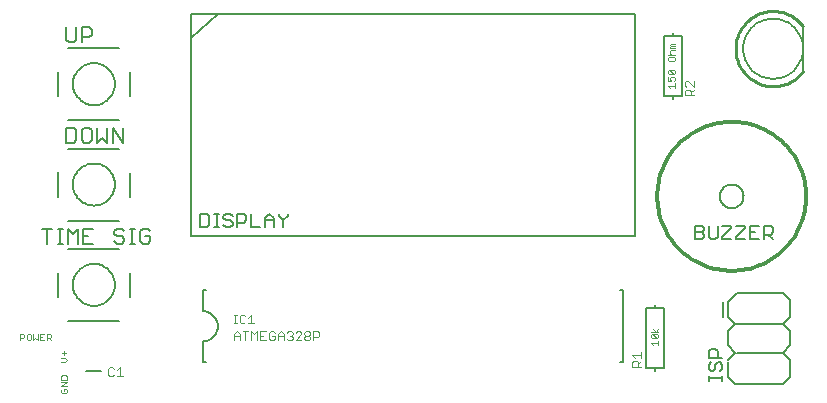
<source format=gto>
G75*
G70*
%OFA0B0*%
%FSLAX24Y24*%
%IPPOS*%
%LPD*%
%AMOC8*
5,1,8,0,0,1.08239X$1,22.5*
%
%ADD10C,0.0080*%
%ADD11C,0.0100*%
%ADD12C,0.0120*%
%ADD13C,0.0060*%
%ADD14C,0.0030*%
%ADD15C,0.0050*%
%ADD16C,0.0020*%
D10*
X002853Y004393D02*
X003353Y004393D01*
X003953Y006056D02*
X002253Y006056D01*
X001903Y006856D02*
X001903Y007660D01*
X002253Y008456D02*
X003953Y008456D01*
X004303Y007649D02*
X004303Y006856D01*
X002403Y007256D02*
X002405Y007308D01*
X002411Y007360D01*
X002421Y007412D01*
X002434Y007462D01*
X002451Y007512D01*
X002472Y007560D01*
X002497Y007606D01*
X002525Y007650D01*
X002556Y007692D01*
X002590Y007732D01*
X002627Y007769D01*
X002667Y007803D01*
X002709Y007834D01*
X002753Y007862D01*
X002799Y007887D01*
X002847Y007908D01*
X002897Y007925D01*
X002947Y007938D01*
X002999Y007948D01*
X003051Y007954D01*
X003103Y007956D01*
X003155Y007954D01*
X003207Y007948D01*
X003259Y007938D01*
X003309Y007925D01*
X003359Y007908D01*
X003407Y007887D01*
X003453Y007862D01*
X003497Y007834D01*
X003539Y007803D01*
X003579Y007769D01*
X003616Y007732D01*
X003650Y007692D01*
X003681Y007650D01*
X003709Y007606D01*
X003734Y007560D01*
X003755Y007512D01*
X003772Y007462D01*
X003785Y007412D01*
X003795Y007360D01*
X003801Y007308D01*
X003803Y007256D01*
X003801Y007204D01*
X003795Y007152D01*
X003785Y007100D01*
X003772Y007050D01*
X003755Y007000D01*
X003734Y006952D01*
X003709Y006906D01*
X003681Y006862D01*
X003650Y006820D01*
X003616Y006780D01*
X003579Y006743D01*
X003539Y006709D01*
X003497Y006678D01*
X003453Y006650D01*
X003407Y006625D01*
X003359Y006604D01*
X003309Y006587D01*
X003259Y006574D01*
X003207Y006564D01*
X003155Y006558D01*
X003103Y006556D01*
X003051Y006558D01*
X002999Y006564D01*
X002947Y006574D01*
X002897Y006587D01*
X002847Y006604D01*
X002799Y006625D01*
X002753Y006650D01*
X002709Y006678D01*
X002667Y006709D01*
X002627Y006743D01*
X002590Y006780D01*
X002556Y006820D01*
X002525Y006862D01*
X002497Y006906D01*
X002472Y006952D01*
X002451Y007000D01*
X002434Y007050D01*
X002421Y007100D01*
X002411Y007152D01*
X002405Y007204D01*
X002403Y007256D01*
X002253Y009402D02*
X003953Y009402D01*
X004303Y010202D02*
X004303Y010995D01*
X002403Y010602D02*
X002405Y010654D01*
X002411Y010706D01*
X002421Y010758D01*
X002434Y010808D01*
X002451Y010858D01*
X002472Y010906D01*
X002497Y010952D01*
X002525Y010996D01*
X002556Y011038D01*
X002590Y011078D01*
X002627Y011115D01*
X002667Y011149D01*
X002709Y011180D01*
X002753Y011208D01*
X002799Y011233D01*
X002847Y011254D01*
X002897Y011271D01*
X002947Y011284D01*
X002999Y011294D01*
X003051Y011300D01*
X003103Y011302D01*
X003155Y011300D01*
X003207Y011294D01*
X003259Y011284D01*
X003309Y011271D01*
X003359Y011254D01*
X003407Y011233D01*
X003453Y011208D01*
X003497Y011180D01*
X003539Y011149D01*
X003579Y011115D01*
X003616Y011078D01*
X003650Y011038D01*
X003681Y010996D01*
X003709Y010952D01*
X003734Y010906D01*
X003755Y010858D01*
X003772Y010808D01*
X003785Y010758D01*
X003795Y010706D01*
X003801Y010654D01*
X003803Y010602D01*
X003801Y010550D01*
X003795Y010498D01*
X003785Y010446D01*
X003772Y010396D01*
X003755Y010346D01*
X003734Y010298D01*
X003709Y010252D01*
X003681Y010208D01*
X003650Y010166D01*
X003616Y010126D01*
X003579Y010089D01*
X003539Y010055D01*
X003497Y010024D01*
X003453Y009996D01*
X003407Y009971D01*
X003359Y009950D01*
X003309Y009933D01*
X003259Y009920D01*
X003207Y009910D01*
X003155Y009904D01*
X003103Y009902D01*
X003051Y009904D01*
X002999Y009910D01*
X002947Y009920D01*
X002897Y009933D01*
X002847Y009950D01*
X002799Y009971D01*
X002753Y009996D01*
X002709Y010024D01*
X002667Y010055D01*
X002627Y010089D01*
X002590Y010126D01*
X002556Y010166D01*
X002525Y010208D01*
X002497Y010252D01*
X002472Y010298D01*
X002451Y010346D01*
X002434Y010396D01*
X002421Y010446D01*
X002411Y010498D01*
X002405Y010550D01*
X002403Y010602D01*
X001903Y010202D02*
X001903Y011007D01*
X002253Y011802D02*
X003953Y011802D01*
X003953Y012749D02*
X002253Y012749D01*
X001903Y013549D02*
X001903Y014353D01*
X002403Y013949D02*
X002405Y014001D01*
X002411Y014053D01*
X002421Y014105D01*
X002434Y014155D01*
X002451Y014205D01*
X002472Y014253D01*
X002497Y014299D01*
X002525Y014343D01*
X002556Y014385D01*
X002590Y014425D01*
X002627Y014462D01*
X002667Y014496D01*
X002709Y014527D01*
X002753Y014555D01*
X002799Y014580D01*
X002847Y014601D01*
X002897Y014618D01*
X002947Y014631D01*
X002999Y014641D01*
X003051Y014647D01*
X003103Y014649D01*
X003155Y014647D01*
X003207Y014641D01*
X003259Y014631D01*
X003309Y014618D01*
X003359Y014601D01*
X003407Y014580D01*
X003453Y014555D01*
X003497Y014527D01*
X003539Y014496D01*
X003579Y014462D01*
X003616Y014425D01*
X003650Y014385D01*
X003681Y014343D01*
X003709Y014299D01*
X003734Y014253D01*
X003755Y014205D01*
X003772Y014155D01*
X003785Y014105D01*
X003795Y014053D01*
X003801Y014001D01*
X003803Y013949D01*
X003801Y013897D01*
X003795Y013845D01*
X003785Y013793D01*
X003772Y013743D01*
X003755Y013693D01*
X003734Y013645D01*
X003709Y013599D01*
X003681Y013555D01*
X003650Y013513D01*
X003616Y013473D01*
X003579Y013436D01*
X003539Y013402D01*
X003497Y013371D01*
X003453Y013343D01*
X003407Y013318D01*
X003359Y013297D01*
X003309Y013280D01*
X003259Y013267D01*
X003207Y013257D01*
X003155Y013251D01*
X003103Y013249D01*
X003051Y013251D01*
X002999Y013257D01*
X002947Y013267D01*
X002897Y013280D01*
X002847Y013297D01*
X002799Y013318D01*
X002753Y013343D01*
X002709Y013371D01*
X002667Y013402D01*
X002627Y013436D01*
X002590Y013473D01*
X002556Y013513D01*
X002525Y013555D01*
X002497Y013599D01*
X002472Y013645D01*
X002451Y013693D01*
X002434Y013743D01*
X002421Y013793D01*
X002411Y013845D01*
X002405Y013897D01*
X002403Y013949D01*
X004303Y014341D02*
X004303Y013549D01*
X003953Y015149D02*
X002253Y015149D01*
X006333Y015471D02*
X007233Y016271D01*
X021133Y016271D01*
X021133Y008871D01*
X006333Y008871D01*
X006333Y015471D01*
X006333Y016271D01*
X007233Y016271D01*
X022094Y015539D02*
X022094Y013539D01*
X022394Y013539D01*
X022394Y013439D01*
X022394Y013539D02*
X022694Y013539D01*
X022694Y015539D01*
X022394Y015539D01*
X022394Y015639D01*
X022394Y015539D02*
X022094Y015539D01*
X024741Y015130D02*
X024743Y015193D01*
X024749Y015255D01*
X024759Y015317D01*
X024772Y015379D01*
X024790Y015439D01*
X024811Y015498D01*
X024836Y015556D01*
X024865Y015612D01*
X024897Y015666D01*
X024932Y015718D01*
X024970Y015767D01*
X025012Y015815D01*
X025056Y015859D01*
X025104Y015901D01*
X025153Y015939D01*
X025205Y015974D01*
X025259Y016006D01*
X025315Y016035D01*
X025373Y016060D01*
X025432Y016081D01*
X025492Y016099D01*
X025554Y016112D01*
X025616Y016122D01*
X025678Y016128D01*
X025741Y016130D01*
X025804Y016128D01*
X025866Y016122D01*
X025928Y016112D01*
X025990Y016099D01*
X026050Y016081D01*
X026109Y016060D01*
X026167Y016035D01*
X026223Y016006D01*
X026277Y015974D01*
X026329Y015939D01*
X026378Y015901D01*
X026426Y015859D01*
X026470Y015815D01*
X026512Y015767D01*
X026550Y015718D01*
X026585Y015666D01*
X026617Y015612D01*
X026646Y015556D01*
X026671Y015498D01*
X026692Y015439D01*
X026710Y015379D01*
X026723Y015317D01*
X026733Y015255D01*
X026739Y015193D01*
X026741Y015130D01*
X026739Y015067D01*
X026733Y015005D01*
X026723Y014943D01*
X026710Y014881D01*
X026692Y014821D01*
X026671Y014762D01*
X026646Y014704D01*
X026617Y014648D01*
X026585Y014594D01*
X026550Y014542D01*
X026512Y014493D01*
X026470Y014445D01*
X026426Y014401D01*
X026378Y014359D01*
X026329Y014321D01*
X026277Y014286D01*
X026223Y014254D01*
X026167Y014225D01*
X026109Y014200D01*
X026050Y014179D01*
X025990Y014161D01*
X025928Y014148D01*
X025866Y014138D01*
X025804Y014132D01*
X025741Y014130D01*
X025678Y014132D01*
X025616Y014138D01*
X025554Y014148D01*
X025492Y014161D01*
X025432Y014179D01*
X025373Y014200D01*
X025315Y014225D01*
X025259Y014254D01*
X025205Y014286D01*
X025153Y014321D01*
X025104Y014359D01*
X025056Y014401D01*
X025012Y014445D01*
X024970Y014493D01*
X024932Y014542D01*
X024897Y014594D01*
X024865Y014648D01*
X024836Y014704D01*
X024811Y014762D01*
X024790Y014821D01*
X024772Y014881D01*
X024759Y014943D01*
X024749Y015005D01*
X024743Y015067D01*
X024741Y015130D01*
X026741Y014380D02*
X026741Y015880D01*
X023969Y010208D02*
X023971Y010169D01*
X023977Y010131D01*
X023986Y010094D01*
X023999Y010057D01*
X024016Y010022D01*
X024035Y009989D01*
X024058Y009958D01*
X024084Y009929D01*
X024113Y009903D01*
X024144Y009880D01*
X024177Y009861D01*
X024212Y009844D01*
X024249Y009831D01*
X024286Y009822D01*
X024324Y009816D01*
X024363Y009814D01*
X024402Y009816D01*
X024440Y009822D01*
X024477Y009831D01*
X024514Y009844D01*
X024549Y009861D01*
X024582Y009880D01*
X024613Y009903D01*
X024642Y009929D01*
X024668Y009958D01*
X024691Y009989D01*
X024710Y010022D01*
X024727Y010057D01*
X024740Y010094D01*
X024749Y010131D01*
X024755Y010169D01*
X024757Y010208D01*
X024755Y010247D01*
X024749Y010285D01*
X024740Y010322D01*
X024727Y010359D01*
X024710Y010394D01*
X024691Y010427D01*
X024668Y010458D01*
X024642Y010487D01*
X024613Y010513D01*
X024582Y010536D01*
X024549Y010555D01*
X024514Y010572D01*
X024477Y010585D01*
X024440Y010594D01*
X024402Y010600D01*
X024363Y010602D01*
X024324Y010600D01*
X024286Y010594D01*
X024249Y010585D01*
X024212Y010572D01*
X024177Y010555D01*
X024144Y010536D01*
X024113Y010513D01*
X024084Y010487D01*
X024058Y010458D01*
X024035Y010427D01*
X024016Y010394D01*
X023999Y010359D01*
X023986Y010322D01*
X023977Y010285D01*
X023971Y010247D01*
X023969Y010208D01*
X024550Y006999D02*
X026070Y006999D01*
X026310Y006759D01*
X026310Y006199D01*
X026070Y005959D01*
X024470Y005959D01*
X024230Y006199D01*
X024230Y006679D01*
X024550Y006999D01*
X024070Y006679D02*
X024070Y006199D01*
X024470Y005959D02*
X024230Y005719D01*
X024230Y005239D01*
X024470Y004999D01*
X024230Y004759D01*
X024230Y004679D02*
X024230Y004199D01*
X024470Y003959D01*
X026070Y003959D01*
X026310Y004199D01*
X026310Y004759D01*
X026070Y004999D01*
X024550Y004999D01*
X026070Y004999D02*
X026310Y005239D01*
X026310Y005719D01*
X026070Y005959D01*
X022104Y006484D02*
X022104Y004484D01*
X021804Y004484D01*
X021804Y004384D01*
X021804Y004484D02*
X021504Y004484D01*
X021504Y006484D01*
X021804Y006484D01*
X021804Y006584D01*
X021804Y006484D02*
X022104Y006484D01*
X020733Y007078D02*
X020633Y007078D01*
X020733Y007078D02*
X020733Y004678D01*
X020633Y004678D01*
X006833Y004678D02*
X006733Y004678D01*
X006733Y005378D01*
X006777Y005380D01*
X006820Y005386D01*
X006862Y005395D01*
X006904Y005408D01*
X006944Y005425D01*
X006983Y005445D01*
X007020Y005468D01*
X007054Y005495D01*
X007087Y005524D01*
X007116Y005557D01*
X007143Y005591D01*
X007166Y005628D01*
X007186Y005667D01*
X007203Y005707D01*
X007216Y005749D01*
X007225Y005791D01*
X007231Y005834D01*
X007233Y005878D01*
X007231Y005922D01*
X007225Y005965D01*
X007216Y006007D01*
X007203Y006049D01*
X007186Y006089D01*
X007166Y006128D01*
X007143Y006165D01*
X007116Y006199D01*
X007087Y006232D01*
X007054Y006261D01*
X007020Y006288D01*
X006983Y006311D01*
X006944Y006331D01*
X006904Y006348D01*
X006862Y006361D01*
X006820Y006370D01*
X006777Y006376D01*
X006733Y006378D01*
X006733Y007078D01*
X006833Y007078D01*
D11*
X026741Y014380D02*
X026698Y014326D01*
X026652Y014274D01*
X026603Y014225D01*
X026551Y014178D01*
X026497Y014135D01*
X026441Y014094D01*
X026382Y014057D01*
X026322Y014023D01*
X026259Y013993D01*
X026196Y013966D01*
X026130Y013942D01*
X026064Y013922D01*
X025996Y013906D01*
X025928Y013894D01*
X025859Y013886D01*
X025790Y013881D01*
X025720Y013880D01*
X025651Y013883D01*
X025582Y013890D01*
X025514Y013901D01*
X025446Y013915D01*
X025379Y013934D01*
X025313Y013956D01*
X025248Y013981D01*
X025185Y014010D01*
X025124Y014043D01*
X025065Y014079D01*
X025008Y014118D01*
X024952Y014160D01*
X024900Y014205D01*
X024850Y014253D01*
X024803Y014304D01*
X024758Y014358D01*
X024717Y014413D01*
X024679Y014471D01*
X024644Y014531D01*
X024612Y014593D01*
X024584Y014656D01*
X024560Y014721D01*
X024539Y014787D01*
X024522Y014855D01*
X024508Y014923D01*
X024499Y014992D01*
X024493Y015061D01*
X024491Y015130D01*
X024493Y015199D01*
X024499Y015268D01*
X024508Y015337D01*
X024522Y015405D01*
X024539Y015473D01*
X024560Y015539D01*
X024584Y015604D01*
X024612Y015667D01*
X024644Y015729D01*
X024679Y015789D01*
X024717Y015847D01*
X024758Y015902D01*
X024803Y015956D01*
X024850Y016007D01*
X024900Y016055D01*
X024952Y016100D01*
X025008Y016142D01*
X025065Y016181D01*
X025124Y016217D01*
X025185Y016250D01*
X025248Y016279D01*
X025313Y016304D01*
X025379Y016326D01*
X025446Y016345D01*
X025514Y016359D01*
X025582Y016370D01*
X025651Y016377D01*
X025720Y016380D01*
X025790Y016379D01*
X025859Y016374D01*
X025928Y016366D01*
X025996Y016354D01*
X026064Y016338D01*
X026130Y016318D01*
X026196Y016294D01*
X026259Y016267D01*
X026322Y016237D01*
X026382Y016203D01*
X026441Y016166D01*
X026497Y016125D01*
X026551Y016082D01*
X026603Y016035D01*
X026652Y015986D01*
X026698Y015934D01*
X026741Y015880D01*
D12*
X026843Y010208D02*
X026840Y010086D01*
X026831Y009965D01*
X026816Y009844D01*
X026795Y009724D01*
X026769Y009605D01*
X026736Y009488D01*
X026698Y009373D01*
X026654Y009259D01*
X026605Y009148D01*
X026550Y009039D01*
X026490Y008933D01*
X026425Y008830D01*
X026355Y008731D01*
X026280Y008635D01*
X026201Y008543D01*
X026117Y008454D01*
X026028Y008370D01*
X025936Y008291D01*
X025840Y008216D01*
X025741Y008146D01*
X025638Y008081D01*
X025532Y008021D01*
X025423Y007966D01*
X025312Y007917D01*
X025198Y007873D01*
X025083Y007835D01*
X024966Y007802D01*
X024847Y007776D01*
X024727Y007755D01*
X024606Y007740D01*
X024485Y007731D01*
X024363Y007728D01*
X024245Y007731D01*
X024127Y007739D01*
X024010Y007753D01*
X023894Y007773D01*
X023778Y007798D01*
X023664Y007828D01*
X023552Y007864D01*
X023441Y007906D01*
X023333Y007952D01*
X023227Y008004D01*
X023123Y008060D01*
X023022Y008122D01*
X022924Y008188D01*
X022830Y008259D01*
X022739Y008334D01*
X022652Y008413D01*
X022568Y008497D01*
X022489Y008584D01*
X022414Y008675D01*
X022343Y008769D01*
X022277Y008867D01*
X022215Y008968D01*
X022159Y009072D01*
X022107Y009178D01*
X022061Y009286D01*
X022019Y009397D01*
X021983Y009509D01*
X021953Y009623D01*
X021928Y009739D01*
X021908Y009855D01*
X021894Y009972D01*
X021886Y010090D01*
X021883Y010208D01*
X024363Y012688D02*
X024485Y012685D01*
X024606Y012676D01*
X024727Y012661D01*
X024847Y012640D01*
X024966Y012614D01*
X025083Y012581D01*
X025198Y012543D01*
X025312Y012499D01*
X025423Y012450D01*
X025532Y012395D01*
X025638Y012335D01*
X025741Y012270D01*
X025840Y012200D01*
X025936Y012125D01*
X026028Y012046D01*
X026117Y011962D01*
X026201Y011873D01*
X026280Y011781D01*
X026355Y011685D01*
X026425Y011586D01*
X026490Y011483D01*
X026550Y011377D01*
X026605Y011268D01*
X026654Y011157D01*
X026698Y011043D01*
X026736Y010928D01*
X026769Y010811D01*
X026795Y010692D01*
X026816Y010572D01*
X026831Y010451D01*
X026840Y010330D01*
X026843Y010208D01*
X024363Y012688D02*
X024245Y012685D01*
X024127Y012677D01*
X024010Y012663D01*
X023894Y012643D01*
X023778Y012618D01*
X023664Y012588D01*
X023552Y012552D01*
X023441Y012510D01*
X023333Y012464D01*
X023227Y012412D01*
X023123Y012356D01*
X023022Y012294D01*
X022924Y012228D01*
X022830Y012157D01*
X022739Y012082D01*
X022652Y012003D01*
X022568Y011919D01*
X022489Y011832D01*
X022414Y011741D01*
X022343Y011647D01*
X022277Y011549D01*
X022215Y011448D01*
X022159Y011344D01*
X022107Y011238D01*
X022061Y011130D01*
X022019Y011019D01*
X021983Y010907D01*
X021953Y010793D01*
X021928Y010677D01*
X021908Y010561D01*
X021894Y010444D01*
X021886Y010326D01*
X021883Y010208D01*
D13*
X004979Y009046D02*
X004896Y009129D01*
X004729Y009129D01*
X004646Y009046D01*
X004646Y008712D01*
X004729Y008629D01*
X004896Y008629D01*
X004979Y008712D01*
X004979Y008879D01*
X004813Y008879D01*
X004469Y009129D02*
X004302Y009129D01*
X004385Y009129D02*
X004385Y008629D01*
X004302Y008629D02*
X004469Y008629D01*
X004120Y008712D02*
X004037Y008629D01*
X003870Y008629D01*
X003786Y008712D01*
X003870Y008879D02*
X004037Y008879D01*
X004120Y008795D01*
X004120Y008712D01*
X003870Y008879D02*
X003786Y008962D01*
X003786Y009046D01*
X003870Y009129D01*
X004037Y009129D01*
X004120Y009046D01*
X003089Y009129D02*
X002755Y009129D01*
X002755Y008629D01*
X003089Y008629D01*
X002922Y008879D02*
X002755Y008879D01*
X002573Y009129D02*
X002573Y008629D01*
X002239Y008629D02*
X002239Y009129D01*
X002406Y008962D01*
X002573Y009129D01*
X002062Y009129D02*
X001896Y009129D01*
X001979Y009129D02*
X001979Y008629D01*
X001896Y008629D02*
X002062Y008629D01*
X001547Y008629D02*
X001547Y009129D01*
X001380Y009129D02*
X001714Y009129D01*
X002180Y011989D02*
X002430Y011989D01*
X002514Y012072D01*
X002514Y012406D01*
X002430Y012489D01*
X002180Y012489D01*
X002180Y011989D01*
X002696Y012072D02*
X002696Y012406D01*
X002779Y012489D01*
X002946Y012489D01*
X003029Y012406D01*
X003029Y012072D01*
X002946Y011989D01*
X002779Y011989D01*
X002696Y012072D01*
X003211Y011989D02*
X003378Y012155D01*
X003545Y011989D01*
X003545Y012489D01*
X003727Y012489D02*
X004061Y011989D01*
X004061Y012489D01*
X003727Y012489D02*
X003727Y011989D01*
X003211Y011989D02*
X003211Y012489D01*
X002696Y015349D02*
X002696Y015849D01*
X002946Y015849D01*
X003029Y015766D01*
X003029Y015599D01*
X002946Y015515D01*
X002696Y015515D01*
X002514Y015432D02*
X002430Y015349D01*
X002263Y015349D01*
X002180Y015432D01*
X002180Y015849D01*
X002514Y015849D02*
X002514Y015432D01*
D14*
X007765Y006264D02*
X007862Y006264D01*
X007813Y006264D02*
X007813Y005974D01*
X007765Y005974D02*
X007862Y005974D01*
X007961Y006022D02*
X008010Y005974D01*
X008107Y005974D01*
X008155Y006022D01*
X008256Y005974D02*
X008450Y005974D01*
X008353Y005974D02*
X008353Y006264D01*
X008256Y006167D01*
X008155Y006216D02*
X008107Y006264D01*
X008010Y006264D01*
X007961Y006216D01*
X007961Y006022D01*
X008060Y005704D02*
X008253Y005704D01*
X008156Y005704D02*
X008156Y005414D01*
X007958Y005414D02*
X007958Y005607D01*
X007862Y005704D01*
X007765Y005607D01*
X007765Y005414D01*
X007765Y005559D02*
X007958Y005559D01*
X008354Y005414D02*
X008354Y005704D01*
X008451Y005607D01*
X008548Y005704D01*
X008548Y005414D01*
X008649Y005414D02*
X008842Y005414D01*
X008944Y005462D02*
X008992Y005414D01*
X009089Y005414D01*
X009137Y005462D01*
X009137Y005559D01*
X009040Y005559D01*
X008944Y005656D02*
X008944Y005462D01*
X008944Y005656D02*
X008992Y005704D01*
X009089Y005704D01*
X009137Y005656D01*
X009238Y005607D02*
X009335Y005704D01*
X009432Y005607D01*
X009432Y005414D01*
X009533Y005462D02*
X009581Y005414D01*
X009678Y005414D01*
X009726Y005462D01*
X009726Y005510D01*
X009678Y005559D01*
X009630Y005559D01*
X009678Y005559D02*
X009726Y005607D01*
X009726Y005656D01*
X009678Y005704D01*
X009581Y005704D01*
X009533Y005656D01*
X009432Y005559D02*
X009238Y005559D01*
X009238Y005607D02*
X009238Y005414D01*
X008842Y005704D02*
X008649Y005704D01*
X008649Y005414D01*
X008649Y005559D02*
X008746Y005559D01*
X009828Y005656D02*
X009876Y005704D01*
X009973Y005704D01*
X010021Y005656D01*
X010021Y005607D01*
X009828Y005414D01*
X010021Y005414D01*
X010122Y005462D02*
X010122Y005510D01*
X010171Y005559D01*
X010267Y005559D01*
X010316Y005510D01*
X010316Y005462D01*
X010267Y005414D01*
X010171Y005414D01*
X010122Y005462D01*
X010171Y005559D02*
X010122Y005607D01*
X010122Y005656D01*
X010171Y005704D01*
X010267Y005704D01*
X010316Y005656D01*
X010316Y005607D01*
X010267Y005559D01*
X010417Y005510D02*
X010562Y005510D01*
X010610Y005559D01*
X010610Y005656D01*
X010562Y005704D01*
X010417Y005704D01*
X010417Y005414D01*
X004064Y004214D02*
X003870Y004214D01*
X003967Y004214D02*
X003967Y004504D01*
X003870Y004407D01*
X003769Y004456D02*
X003721Y004504D01*
X003624Y004504D01*
X003576Y004456D01*
X003576Y004262D01*
X003624Y004214D01*
X003721Y004214D01*
X003769Y004262D01*
X021045Y004534D02*
X021045Y004679D01*
X021093Y004727D01*
X021190Y004727D01*
X021238Y004679D01*
X021238Y004534D01*
X021238Y004630D02*
X021335Y004727D01*
X021335Y004828D02*
X021335Y005022D01*
X021335Y004925D02*
X021045Y004925D01*
X021142Y004828D01*
X021045Y004534D02*
X021335Y004534D01*
X022805Y013574D02*
X022805Y013719D01*
X022853Y013767D01*
X022950Y013767D01*
X022998Y013719D01*
X022998Y013574D01*
X022998Y013670D02*
X023095Y013767D01*
X023095Y013868D02*
X022902Y014062D01*
X022853Y014062D01*
X022805Y014013D01*
X022805Y013917D01*
X022853Y013868D01*
X023095Y013868D02*
X023095Y014062D01*
X023095Y013574D02*
X022805Y013574D01*
D15*
X023135Y009234D02*
X023360Y009234D01*
X023435Y009159D01*
X023435Y009084D01*
X023360Y009009D01*
X023135Y009009D01*
X023135Y008784D02*
X023135Y009234D01*
X023360Y009009D02*
X023435Y008934D01*
X023435Y008859D01*
X023360Y008784D01*
X023135Y008784D01*
X023595Y008859D02*
X023670Y008784D01*
X023821Y008784D01*
X023896Y008859D01*
X023896Y009234D01*
X024056Y009234D02*
X024356Y009234D01*
X024356Y009159D01*
X024056Y008859D01*
X024056Y008784D01*
X024356Y008784D01*
X024516Y008784D02*
X024516Y008859D01*
X024816Y009159D01*
X024816Y009234D01*
X024516Y009234D01*
X024977Y009234D02*
X024977Y008784D01*
X025277Y008784D01*
X025437Y008784D02*
X025437Y009234D01*
X025662Y009234D01*
X025737Y009159D01*
X025737Y009009D01*
X025662Y008934D01*
X025437Y008934D01*
X025587Y008934D02*
X025737Y008784D01*
X025127Y009009D02*
X024977Y009009D01*
X024816Y008784D02*
X024516Y008784D01*
X024977Y009234D02*
X025277Y009234D01*
X023595Y009234D02*
X023595Y008859D01*
X023670Y005131D02*
X023820Y005131D01*
X023895Y005056D01*
X023895Y004831D01*
X024045Y004831D02*
X023595Y004831D01*
X023595Y005056D01*
X023670Y005131D01*
X023670Y004671D02*
X023595Y004596D01*
X023595Y004446D01*
X023670Y004371D01*
X023745Y004371D01*
X023820Y004446D01*
X023820Y004596D01*
X023895Y004671D01*
X023970Y004671D01*
X024045Y004596D01*
X024045Y004446D01*
X023970Y004371D01*
X024045Y004214D02*
X024045Y004064D01*
X024045Y004139D02*
X023595Y004139D01*
X023595Y004064D02*
X023595Y004214D01*
X009564Y009559D02*
X009414Y009409D01*
X009414Y009184D01*
X009104Y009184D02*
X009104Y009484D01*
X008954Y009634D01*
X008803Y009484D01*
X008803Y009184D01*
X008643Y009184D02*
X008343Y009184D01*
X008343Y009634D01*
X008183Y009559D02*
X008183Y009409D01*
X008108Y009334D01*
X007883Y009334D01*
X007883Y009184D02*
X007883Y009634D01*
X008108Y009634D01*
X008183Y009559D01*
X007723Y009559D02*
X007648Y009634D01*
X007497Y009634D01*
X007422Y009559D01*
X007422Y009484D01*
X007497Y009409D01*
X007648Y009409D01*
X007723Y009334D01*
X007723Y009259D01*
X007648Y009184D01*
X007497Y009184D01*
X007422Y009259D01*
X007266Y009184D02*
X007115Y009184D01*
X007190Y009184D02*
X007190Y009634D01*
X007115Y009634D02*
X007266Y009634D01*
X006955Y009559D02*
X006955Y009259D01*
X006880Y009184D01*
X006655Y009184D01*
X006655Y009634D01*
X006880Y009634D01*
X006955Y009559D01*
X008803Y009409D02*
X009104Y009409D01*
X009264Y009559D02*
X009414Y009409D01*
X009264Y009559D02*
X009264Y009634D01*
X009564Y009634D02*
X009564Y009559D01*
D16*
X002037Y003649D02*
X002000Y003685D01*
X002000Y003759D01*
X002037Y003795D01*
X002110Y003795D02*
X002110Y003722D01*
X002110Y003795D02*
X002183Y003795D01*
X002220Y003759D01*
X002220Y003685D01*
X002183Y003649D01*
X002037Y003649D01*
X002000Y003870D02*
X002220Y004016D01*
X002000Y004016D01*
X002000Y004091D02*
X002000Y004201D01*
X002037Y004237D01*
X002183Y004237D01*
X002220Y004201D01*
X002220Y004091D01*
X002000Y004091D01*
X002000Y003870D02*
X002220Y003870D01*
X002147Y004689D02*
X002000Y004689D01*
X002000Y004835D02*
X002147Y004835D01*
X002220Y004762D01*
X002147Y004689D01*
X002110Y004910D02*
X002110Y005056D01*
X002037Y004983D02*
X002183Y004983D01*
X001671Y005409D02*
X001597Y005482D01*
X001634Y005482D02*
X001524Y005482D01*
X001524Y005409D02*
X001524Y005629D01*
X001634Y005629D01*
X001671Y005592D01*
X001671Y005519D01*
X001634Y005482D01*
X001450Y005409D02*
X001303Y005409D01*
X001303Y005629D01*
X001450Y005629D01*
X001376Y005519D02*
X001303Y005519D01*
X001229Y005409D02*
X001229Y005629D01*
X001082Y005629D02*
X001082Y005409D01*
X001155Y005482D01*
X001229Y005409D01*
X001008Y005445D02*
X001008Y005592D01*
X000971Y005629D01*
X000898Y005629D01*
X000861Y005592D01*
X000861Y005445D01*
X000898Y005409D01*
X000971Y005409D01*
X001008Y005445D01*
X000787Y005519D02*
X000787Y005592D01*
X000750Y005629D01*
X000640Y005629D01*
X000640Y005409D01*
X000640Y005482D02*
X000750Y005482D01*
X000787Y005519D01*
X021680Y005506D02*
X021680Y005580D01*
X021717Y005616D01*
X021863Y005470D01*
X021900Y005506D01*
X021900Y005580D01*
X021863Y005616D01*
X021717Y005616D01*
X021680Y005691D02*
X021900Y005691D01*
X021827Y005691D02*
X021753Y005801D01*
X021827Y005691D02*
X021900Y005801D01*
X021863Y005470D02*
X021717Y005470D01*
X021680Y005506D01*
X021680Y005322D02*
X021900Y005322D01*
X021900Y005249D02*
X021900Y005395D01*
X021753Y005249D02*
X021680Y005322D01*
X022313Y013829D02*
X022240Y013902D01*
X022460Y013902D01*
X022460Y013829D02*
X022460Y013975D01*
X022423Y014050D02*
X022460Y014086D01*
X022460Y014160D01*
X022423Y014196D01*
X022350Y014196D01*
X022313Y014160D01*
X022313Y014123D01*
X022350Y014050D01*
X022240Y014050D01*
X022240Y014196D01*
X022277Y014271D02*
X022240Y014307D01*
X022240Y014381D01*
X022277Y014417D01*
X022423Y014271D01*
X022460Y014307D01*
X022460Y014381D01*
X022423Y014417D01*
X022277Y014417D01*
X022277Y014271D02*
X022423Y014271D01*
X022423Y014713D02*
X022277Y014713D01*
X022240Y014749D01*
X022240Y014823D01*
X022277Y014859D01*
X022423Y014859D01*
X022460Y014823D01*
X022460Y014749D01*
X022423Y014713D01*
X022460Y014934D02*
X022240Y014934D01*
X022313Y014970D02*
X022313Y015044D01*
X022350Y015080D01*
X022460Y015080D01*
X022460Y015155D02*
X022313Y015155D01*
X022313Y015191D01*
X022350Y015228D01*
X022313Y015265D01*
X022350Y015301D01*
X022460Y015301D01*
X022460Y015228D02*
X022350Y015228D01*
X022313Y014970D02*
X022350Y014934D01*
M02*

</source>
